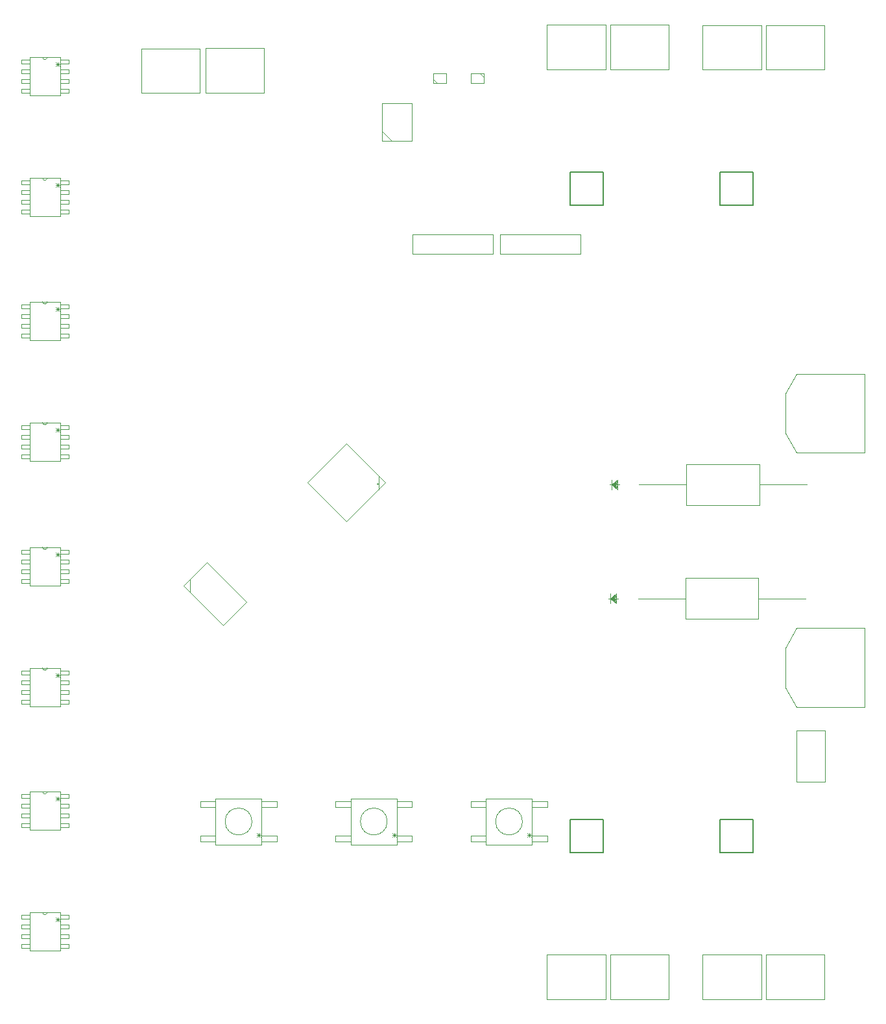
<source format=gbr>
%TF.GenerationSoftware,Altium Limited,Altium Designer,21.6.4 (81)*%
G04 Layer_Color=16711935*
%FSLAX43Y43*%
%MOMM*%
%TF.SameCoordinates,95A2699C-722C-4572-8EE5-7BEA9F810E30*%
%TF.FilePolarity,Positive*%
%TF.FileFunction,Other,Mechanical_13*%
%TF.Part,Single*%
G01*
G75*
%TA.AperFunction,NonConductor*%
%ADD94C,0.200*%
%ADD97C,0.076*%
%ADD137C,0.100*%
%ADD139C,0.000*%
%ADD140C,0.025*%
D94*
X-24384Y27773D02*
X-20066D01*
X-24384Y23455D02*
Y27773D01*
Y23455D02*
X-20066D01*
Y27773D01*
X-43942D02*
X-39624D01*
X-43942Y23455D02*
Y27773D01*
Y23455D02*
X-39624D01*
Y27773D01*
X-43942Y107905D02*
X-39624D01*
Y112223D01*
X-43942D02*
X-39624D01*
X-43942Y107905D02*
Y112223D01*
X-24384Y107910D02*
Y112228D01*
X-20066D01*
Y107910D02*
Y112228D01*
X-24384Y107910D02*
X-20066D01*
D97*
X-110592Y78871D02*
X-111125Y78338D01*
X-110592D02*
X-111125Y78871D01*
X-110592Y78605D02*
X-111125D01*
X-110858Y78338D02*
Y78871D01*
X-110592Y30738D02*
X-111125Y30205D01*
X-110592D02*
X-111125Y30738D01*
X-110592Y30472D02*
X-111125D01*
X-110858Y30205D02*
Y30738D01*
X-110592Y14990D02*
X-111125Y14457D01*
X-110592D02*
X-111125Y14990D01*
X-110592Y14724D02*
X-111125D01*
X-110858Y14457D02*
Y14990D01*
X-110592Y126496D02*
X-111125Y125963D01*
X-110592D02*
X-111125Y126496D01*
X-110592Y126230D02*
X-111125D01*
X-110858Y125963D02*
Y126496D01*
X-110592Y110748D02*
X-111125Y110215D01*
X-110592D02*
X-111125Y110748D01*
X-110592Y110482D02*
X-111125D01*
X-110858Y110215D02*
Y110748D01*
X-110592Y94619D02*
X-111125Y94086D01*
X-110592D02*
X-111125Y94619D01*
X-110592Y94353D02*
X-111125D01*
X-110858Y94086D02*
Y94619D01*
X-110592Y62615D02*
X-111125Y62082D01*
X-110592D02*
X-111125Y62615D01*
X-110592Y62349D02*
X-111125D01*
X-110858Y62082D02*
Y62615D01*
X-110592Y46867D02*
X-111125Y46334D01*
X-110592D02*
X-111125Y46867D01*
X-110592Y46601D02*
X-111125D01*
X-110858Y46334D02*
Y46867D01*
X-84315Y25494D02*
X-84848Y26027D01*
X-84315D02*
X-84848Y25494D01*
X-84315Y25760D02*
X-84848D01*
X-84582Y26027D02*
Y25494D01*
X-49009D02*
X-49542Y26027D01*
X-49009D02*
X-49542Y25494D01*
X-49009Y25760D02*
X-49542D01*
X-49276Y26027D02*
Y25494D01*
X-66662D02*
X-67195Y26027D01*
X-66662D02*
X-67195Y25494D01*
X-66662Y25760D02*
X-67195D01*
X-66929Y26027D02*
Y25494D01*
D137*
X-68498Y117525D02*
X-67228Y116255D01*
X-68498D02*
Y121155D01*
X-64598D01*
Y116255D02*
Y121155D01*
X-68498Y116255D02*
X-64598D01*
X-61810Y124295D02*
X-61310Y123795D01*
X-61810D02*
Y125045D01*
X-60110D01*
Y123795D02*
Y125045D01*
X-61810Y123795D02*
X-60110D01*
X-55714Y125045D02*
X-55214Y124545D01*
Y123795D02*
Y125045D01*
X-56914Y123795D02*
X-55214D01*
X-56914D02*
Y125045D01*
X-55214D01*
X-93567Y57467D02*
Y59129D01*
X-94398Y58298D02*
X-91358Y61338D01*
X-86196Y56176D01*
X-89236Y53136D02*
X-86196Y56176D01*
X-94398Y58298D02*
X-89236Y53136D01*
X-14423Y32678D02*
X-10723D01*
X-14423Y39378D02*
X-10723D01*
X-14423Y32678D02*
Y39378D01*
X-10723Y32678D02*
Y39378D01*
X-15850Y83307D02*
X-14450Y85882D01*
X-15850Y78157D02*
Y83307D01*
Y78157D02*
X-14450Y75582D01*
X-5550D01*
Y85882D01*
X-14450D02*
X-5550D01*
X-10775Y4345D02*
Y10145D01*
X-18435Y4345D02*
X-10775D01*
X-18435D02*
Y10145D01*
X-10775D01*
X-19030Y4345D02*
Y10145D01*
X-26690Y4345D02*
X-19030D01*
X-26690D02*
Y10145D01*
X-19030D01*
X-39350Y4345D02*
Y10145D01*
X-47010Y4345D02*
X-39350D01*
X-47010D02*
Y10145D01*
X-39350D01*
X-31095Y4345D02*
Y10145D01*
X-38755Y4345D02*
X-31095D01*
X-38755D02*
Y10145D01*
X-31095D01*
X-15850Y50160D02*
X-14450Y52735D01*
X-15850Y45010D02*
Y50160D01*
Y45010D02*
X-14450Y42435D01*
X-5550D01*
Y52735D01*
X-14450D02*
X-5550D01*
X-64579Y104100D02*
X-54039Y104100D01*
X-64579Y101560D02*
Y104100D01*
Y101560D02*
X-54039Y101560D01*
Y104100D01*
X-53149Y101560D02*
X-42609Y101560D01*
Y104100D01*
X-53149Y104100D02*
X-42609Y104100D01*
X-53149Y101560D02*
Y104100D01*
X-18435Y125538D02*
X-10775D01*
Y131338D01*
X-18435D02*
X-10775D01*
X-18435Y125538D02*
Y131338D01*
X-26690Y125538D02*
X-19030D01*
Y131338D01*
X-26690D02*
X-19030D01*
X-26690Y125538D02*
Y131338D01*
X-38755Y125584D02*
X-31095D01*
Y131384D01*
X-38755D02*
X-31095D01*
X-38755Y125584D02*
Y131384D01*
X-47010Y125584D02*
X-39350D01*
Y131384D01*
X-47010D02*
X-39350D01*
X-47010Y125584D02*
Y131384D01*
X-91587Y122536D02*
Y128336D01*
X-83927D01*
Y122536D02*
Y128336D01*
X-91587Y122536D02*
X-83927D01*
X-99969Y122490D02*
Y128290D01*
X-92309D01*
Y122490D02*
Y128290D01*
X-99969Y122490D02*
X-92309D01*
D139*
X-112827Y79551D02*
G03*
X-112217Y79551I305J0D01*
G01*
X-112827Y31418D02*
G03*
X-112217Y31418I305J0D01*
G01*
X-112827Y15670D02*
G03*
X-112217Y15670I305J0D01*
G01*
X-112827Y127176D02*
G03*
X-112217Y127176I305J0D01*
G01*
X-112827Y111428D02*
G03*
X-112217Y111428I305J0D01*
G01*
X-112827Y95299D02*
G03*
X-112217Y95299I305J0D01*
G01*
X-112827Y63295D02*
G03*
X-112217Y63295I305J0D01*
G01*
X-112827Y47547D02*
G03*
X-112217Y47547I305J0D01*
G01*
X-68997Y71525D02*
G03*
X-68997Y71525I-76J0D01*
G01*
X-85496Y27519D02*
G03*
X-85496Y27519I-1753J0D01*
G01*
X-50190D02*
G03*
X-50190Y27519I-1753J0D01*
G01*
X-67843D02*
G03*
X-67843Y27519I-1753J0D01*
G01*
D140*
X-110528Y78700D02*
Y79208D01*
X-109423D01*
Y78700D02*
Y79208D01*
X-110528Y78700D02*
X-109423D01*
X-110528Y77430D02*
Y77938D01*
X-109423D01*
Y77430D02*
Y77938D01*
X-110528Y77430D02*
X-109423D01*
X-110528Y76160D02*
Y76668D01*
X-109423D01*
Y76160D02*
Y76668D01*
X-110528Y76160D02*
X-109423D01*
X-110528Y74890D02*
Y75398D01*
X-109423D01*
Y74890D02*
Y75398D01*
X-110528Y74890D02*
X-109423D01*
X-114516D02*
Y75398D01*
X-115621Y74890D02*
X-114516D01*
X-115621D02*
Y75398D01*
X-114516D01*
Y76160D02*
Y76668D01*
X-115621Y76160D02*
X-114516D01*
X-115621D02*
Y76668D01*
X-114516D01*
Y77430D02*
Y77938D01*
X-115621Y77430D02*
X-114516D01*
X-115621D02*
Y77938D01*
X-114516D01*
Y78700D02*
Y79208D01*
X-115621Y78700D02*
X-114516D01*
X-115621D02*
Y79208D01*
X-114516D01*
Y74547D02*
X-110528D01*
X-114516D02*
Y79551D01*
X-110528D01*
Y74547D02*
Y79551D01*
Y26414D02*
Y31418D01*
X-114516D02*
X-110528D01*
X-114516Y26414D02*
Y31418D01*
Y26414D02*
X-110528D01*
X-115621Y31075D02*
X-114516D01*
X-115621Y30567D02*
Y31075D01*
Y30567D02*
X-114516D01*
Y31075D01*
X-115621Y29805D02*
X-114516D01*
X-115621Y29297D02*
Y29805D01*
Y29297D02*
X-114516D01*
Y29805D01*
X-115621Y28535D02*
X-114516D01*
X-115621Y28027D02*
Y28535D01*
Y28027D02*
X-114516D01*
Y28535D01*
X-115621Y27265D02*
X-114516D01*
X-115621Y26757D02*
Y27265D01*
Y26757D02*
X-114516D01*
Y27265D01*
X-110528Y26757D02*
X-109423D01*
Y27265D01*
X-110528D02*
X-109423D01*
X-110528Y26757D02*
Y27265D01*
Y28027D02*
X-109423D01*
Y28535D01*
X-110528D02*
X-109423D01*
X-110528Y28027D02*
Y28535D01*
Y29297D02*
X-109423D01*
Y29805D01*
X-110528D02*
X-109423D01*
X-110528Y29297D02*
Y29805D01*
Y30567D02*
X-109423D01*
Y31075D01*
X-110528D02*
X-109423D01*
X-110528Y30567D02*
Y31075D01*
Y10666D02*
Y15670D01*
X-114516D02*
X-110528D01*
X-114516Y10666D02*
Y15670D01*
Y10666D02*
X-110528D01*
X-115621Y15327D02*
X-114516D01*
X-115621Y14819D02*
Y15327D01*
Y14819D02*
X-114516D01*
Y15327D01*
X-115621Y14057D02*
X-114516D01*
X-115621Y13549D02*
Y14057D01*
Y13549D02*
X-114516D01*
Y14057D01*
X-115621Y12787D02*
X-114516D01*
X-115621Y12279D02*
Y12787D01*
Y12279D02*
X-114516D01*
Y12787D01*
X-115621Y11517D02*
X-114516D01*
X-115621Y11009D02*
Y11517D01*
Y11009D02*
X-114516D01*
Y11517D01*
X-110528Y11009D02*
X-109423D01*
Y11517D01*
X-110528D02*
X-109423D01*
X-110528Y11009D02*
Y11517D01*
Y12279D02*
X-109423D01*
Y12787D01*
X-110528D02*
X-109423D01*
X-110528Y12279D02*
Y12787D01*
Y13549D02*
X-109423D01*
Y14057D01*
X-110528D02*
X-109423D01*
X-110528Y13549D02*
Y14057D01*
Y14819D02*
X-109423D01*
Y15327D01*
X-110528D02*
X-109423D01*
X-110528Y14819D02*
Y15327D01*
Y122172D02*
Y127176D01*
X-114516D02*
X-110528D01*
X-114516Y122172D02*
Y127176D01*
Y122172D02*
X-110528D01*
X-115621Y126833D02*
X-114516D01*
X-115621Y126325D02*
Y126833D01*
Y126325D02*
X-114516D01*
Y126833D01*
X-115621Y125563D02*
X-114516D01*
X-115621Y125055D02*
Y125563D01*
Y125055D02*
X-114516D01*
Y125563D01*
X-115621Y124293D02*
X-114516D01*
X-115621Y123785D02*
Y124293D01*
Y123785D02*
X-114516D01*
Y124293D01*
X-115621Y123023D02*
X-114516D01*
X-115621Y122515D02*
Y123023D01*
Y122515D02*
X-114516D01*
Y123023D01*
X-110528Y122515D02*
X-109423D01*
Y123023D01*
X-110528D02*
X-109423D01*
X-110528Y122515D02*
Y123023D01*
Y123785D02*
X-109423D01*
Y124293D01*
X-110528D02*
X-109423D01*
X-110528Y123785D02*
Y124293D01*
Y125055D02*
X-109423D01*
Y125563D01*
X-110528D02*
X-109423D01*
X-110528Y125055D02*
Y125563D01*
Y126325D02*
X-109423D01*
Y126833D01*
X-110528D02*
X-109423D01*
X-110528Y126325D02*
Y126833D01*
Y106424D02*
Y111428D01*
X-114516D02*
X-110528D01*
X-114516Y106424D02*
Y111428D01*
Y106424D02*
X-110528D01*
X-115621Y111085D02*
X-114516D01*
X-115621Y110577D02*
Y111085D01*
Y110577D02*
X-114516D01*
Y111085D01*
X-115621Y109815D02*
X-114516D01*
X-115621Y109307D02*
Y109815D01*
Y109307D02*
X-114516D01*
Y109815D01*
X-115621Y108545D02*
X-114516D01*
X-115621Y108037D02*
Y108545D01*
Y108037D02*
X-114516D01*
Y108545D01*
X-115621Y107275D02*
X-114516D01*
X-115621Y106767D02*
Y107275D01*
Y106767D02*
X-114516D01*
Y107275D01*
X-110528Y106767D02*
X-109423D01*
Y107275D01*
X-110528D02*
X-109423D01*
X-110528Y106767D02*
Y107275D01*
Y108037D02*
X-109423D01*
Y108545D01*
X-110528D02*
X-109423D01*
X-110528Y108037D02*
Y108545D01*
Y109307D02*
X-109423D01*
Y109815D01*
X-110528D02*
X-109423D01*
X-110528Y109307D02*
Y109815D01*
Y110577D02*
X-109423D01*
Y111085D01*
X-110528D02*
X-109423D01*
X-110528Y110577D02*
Y111085D01*
Y90295D02*
Y95299D01*
X-114516D02*
X-110528D01*
X-114516Y90295D02*
Y95299D01*
Y90295D02*
X-110528D01*
X-115621Y94956D02*
X-114516D01*
X-115621Y94448D02*
Y94956D01*
Y94448D02*
X-114516D01*
Y94956D01*
X-115621Y93686D02*
X-114516D01*
X-115621Y93178D02*
Y93686D01*
Y93178D02*
X-114516D01*
Y93686D01*
X-115621Y92416D02*
X-114516D01*
X-115621Y91908D02*
Y92416D01*
Y91908D02*
X-114516D01*
Y92416D01*
X-115621Y91146D02*
X-114516D01*
X-115621Y90638D02*
Y91146D01*
Y90638D02*
X-114516D01*
Y91146D01*
X-110528Y90638D02*
X-109423D01*
Y91146D01*
X-110528D02*
X-109423D01*
X-110528Y90638D02*
Y91146D01*
Y91908D02*
X-109423D01*
Y92416D01*
X-110528D02*
X-109423D01*
X-110528Y91908D02*
Y92416D01*
Y93178D02*
X-109423D01*
Y93686D01*
X-110528D02*
X-109423D01*
X-110528Y93178D02*
Y93686D01*
Y94448D02*
X-109423D01*
Y94956D01*
X-110528D02*
X-109423D01*
X-110528Y94448D02*
Y94956D01*
Y58291D02*
Y63295D01*
X-114516D02*
X-110528D01*
X-114516Y58291D02*
Y63295D01*
Y58291D02*
X-110528D01*
X-115621Y62952D02*
X-114516D01*
X-115621Y62444D02*
Y62952D01*
Y62444D02*
X-114516D01*
Y62952D01*
X-115621Y61682D02*
X-114516D01*
X-115621Y61174D02*
Y61682D01*
Y61174D02*
X-114516D01*
Y61682D01*
X-115621Y60412D02*
X-114516D01*
X-115621Y59904D02*
Y60412D01*
Y59904D02*
X-114516D01*
Y60412D01*
X-115621Y59142D02*
X-114516D01*
X-115621Y58634D02*
Y59142D01*
Y58634D02*
X-114516D01*
Y59142D01*
X-110528Y58634D02*
X-109423D01*
Y59142D01*
X-110528D02*
X-109423D01*
X-110528Y58634D02*
Y59142D01*
Y59904D02*
X-109423D01*
Y60412D01*
X-110528D02*
X-109423D01*
X-110528Y59904D02*
Y60412D01*
Y61174D02*
X-109423D01*
Y61682D01*
X-110528D02*
X-109423D01*
X-110528Y61174D02*
Y61682D01*
Y62444D02*
X-109423D01*
Y62952D01*
X-110528D02*
X-109423D01*
X-110528Y62444D02*
Y62952D01*
Y42543D02*
Y47547D01*
X-114516D02*
X-110528D01*
X-114516Y42543D02*
Y47547D01*
Y42543D02*
X-110528D01*
X-115621Y47204D02*
X-114516D01*
X-115621Y46696D02*
Y47204D01*
Y46696D02*
X-114516D01*
Y47204D01*
X-115621Y45934D02*
X-114516D01*
X-115621Y45426D02*
Y45934D01*
Y45426D02*
X-114516D01*
Y45934D01*
X-115621Y44664D02*
X-114516D01*
X-115621Y44156D02*
Y44664D01*
Y44156D02*
X-114516D01*
Y44664D01*
X-115621Y43394D02*
X-114516D01*
X-115621Y42886D02*
Y43394D01*
Y42886D02*
X-114516D01*
Y43394D01*
X-110528Y42886D02*
X-109423D01*
Y43394D01*
X-110528D02*
X-109423D01*
X-110528Y42886D02*
Y43394D01*
Y44156D02*
X-109423D01*
Y44664D01*
X-110528D02*
X-109423D01*
X-110528Y44156D02*
Y44664D01*
Y45426D02*
X-109423D01*
Y45934D01*
X-110528D02*
X-109423D01*
X-110528Y45426D02*
Y45934D01*
Y46696D02*
X-109423D01*
Y47204D01*
X-110528D02*
X-109423D01*
X-110528Y46696D02*
Y47204D01*
X-73152Y66632D02*
X-68069Y71715D01*
X-73152Y76798D02*
X-68069Y71715D01*
X-78235D02*
X-73152Y76798D01*
X-78235Y71715D02*
X-73152Y66632D01*
X-68967Y72613D02*
X-68967Y70817D01*
X-84252Y24916D02*
Y25627D01*
Y24916D02*
X-82245D01*
Y25627D01*
X-84252D02*
X-82245D01*
X-84252Y29411D02*
Y30122D01*
Y29411D02*
X-82245D01*
Y30122D01*
X-84252D02*
X-82245D01*
X-90246Y29411D02*
Y30122D01*
X-92253D02*
X-90246D01*
X-92253Y29411D02*
Y30122D01*
Y29411D02*
X-90246D01*
Y24916D02*
Y25627D01*
X-92253D02*
X-90246D01*
X-92253Y24916D02*
Y25627D01*
Y24916D02*
X-90246D01*
Y30516D02*
X-84252D01*
X-90246Y24522D02*
Y30516D01*
Y24522D02*
X-84252D01*
Y30516D01*
X-48946Y24916D02*
Y25627D01*
Y24916D02*
X-46939D01*
Y25627D01*
X-48946D02*
X-46939D01*
X-48946Y29411D02*
Y30122D01*
Y29411D02*
X-46939D01*
Y30122D01*
X-48946D02*
X-46939D01*
X-54940Y29411D02*
Y30122D01*
X-56947D02*
X-54940D01*
X-56947Y29411D02*
Y30122D01*
Y29411D02*
X-54940D01*
Y24916D02*
Y25627D01*
X-56947D02*
X-54940D01*
X-56947Y24916D02*
Y25627D01*
Y24916D02*
X-54940D01*
Y30516D02*
X-48946D01*
X-54940Y24522D02*
Y30516D01*
Y24522D02*
X-48946D01*
Y30516D01*
X-66599Y24916D02*
Y25627D01*
Y24916D02*
X-64592D01*
Y25627D01*
X-66599D02*
X-64592D01*
X-66599Y29411D02*
Y30122D01*
Y29411D02*
X-64592D01*
Y30122D01*
X-66599D02*
X-64592D01*
X-72593Y29411D02*
Y30122D01*
X-74600D02*
X-72593D01*
X-74600Y29411D02*
Y30122D01*
Y29411D02*
X-72593D01*
Y24916D02*
Y25627D01*
X-74600D02*
X-72593D01*
X-74600Y24916D02*
Y25627D01*
Y24916D02*
X-72593D01*
Y30516D02*
X-66599D01*
X-72593Y24522D02*
Y30516D01*
Y24522D02*
X-66599D01*
Y30516D01*
X-38810Y71432D02*
X-37540D01*
X-38556Y70797D02*
Y72067D01*
Y71432D02*
X-37794Y72067D01*
X-38556Y71432D02*
X-37794Y71940D01*
X-38556Y71432D02*
X-37794Y71813D01*
X-38556Y71432D02*
X-37794Y71686D01*
X-38556Y71432D02*
X-37794Y71559D01*
X-38556Y71432D02*
X-37794Y70797D01*
X-38556Y71432D02*
X-37794Y70924D01*
X-38556Y71432D02*
X-37794Y71051D01*
X-38556Y71432D02*
X-37794Y71178D01*
X-38556Y71432D02*
X-37794Y71305D01*
Y70797D02*
Y72067D01*
X-34975Y71432D02*
X-28777D01*
X-19278D02*
X-13080D01*
X-28777Y68777D02*
X-19278D01*
Y74086D01*
X-28777D02*
X-19278D01*
X-28777Y68777D02*
Y74086D01*
X-28905Y53948D02*
Y59256D01*
X-19406D01*
Y53948D02*
Y59256D01*
X-28905Y53948D02*
X-19406D01*
Y56602D02*
X-13208D01*
X-35103D02*
X-28905D01*
X-37922Y55967D02*
Y57237D01*
X-38684Y56602D02*
X-37922Y56475D01*
X-38684Y56602D02*
X-37922Y56348D01*
X-38684Y56602D02*
X-37922Y56221D01*
X-38684Y56602D02*
X-37922Y56094D01*
X-38684Y56602D02*
X-37922Y55967D01*
X-38684Y56602D02*
X-37922Y56729D01*
X-38684Y56602D02*
X-37922Y56856D01*
X-38684Y56602D02*
X-37922Y56983D01*
X-38684Y56602D02*
X-37922Y57110D01*
X-38684Y56602D02*
X-37922Y57237D01*
X-38684Y55967D02*
Y57237D01*
X-38938Y56602D02*
X-37668D01*
%TF.MD5,40cfde1ad3f193c3114bb3d783c950e8*%
M02*

</source>
